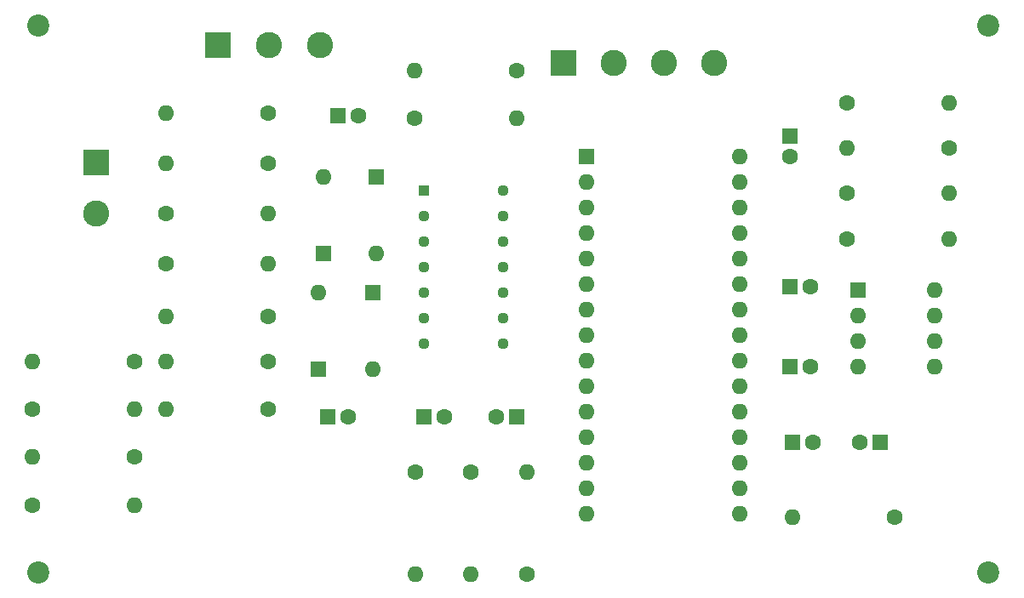
<source format=gbs>
%TF.GenerationSoftware,KiCad,Pcbnew,8.0.5*%
%TF.CreationDate,2025-05-15T16:04:32+03:00*%
%TF.ProjectId,spro2,7370726f-322e-46b6-9963-61645f706362,rev?*%
%TF.SameCoordinates,Original*%
%TF.FileFunction,Soldermask,Bot*%
%TF.FilePolarity,Negative*%
%FSLAX46Y46*%
G04 Gerber Fmt 4.6, Leading zero omitted, Abs format (unit mm)*
G04 Created by KiCad (PCBNEW 8.0.5) date 2025-05-15 16:04:32*
%MOMM*%
%LPD*%
G01*
G04 APERTURE LIST*
G04 Aperture macros list*
%AMRoundRect*
0 Rectangle with rounded corners*
0 $1 Rounding radius*
0 $2 $3 $4 $5 $6 $7 $8 $9 X,Y pos of 4 corners*
0 Add a 4 corners polygon primitive as box body*
4,1,4,$2,$3,$4,$5,$6,$7,$8,$9,$2,$3,0*
0 Add four circle primitives for the rounded corners*
1,1,$1+$1,$2,$3*
1,1,$1+$1,$4,$5*
1,1,$1+$1,$6,$7*
1,1,$1+$1,$8,$9*
0 Add four rect primitives between the rounded corners*
20,1,$1+$1,$2,$3,$4,$5,0*
20,1,$1+$1,$4,$5,$6,$7,0*
20,1,$1+$1,$6,$7,$8,$9,0*
20,1,$1+$1,$8,$9,$2,$3,0*%
G04 Aperture macros list end*
%ADD10R,1.600000X1.600000*%
%ADD11C,1.600000*%
%ADD12O,1.600000X1.600000*%
%ADD13C,2.200000*%
%ADD14R,1.130000X1.130000*%
%ADD15C,1.130000*%
%ADD16C,2.604000*%
%ADD17RoundRect,0.102000X-1.200000X-1.200000X1.200000X-1.200000X1.200000X1.200000X-1.200000X1.200000X0*%
%ADD18RoundRect,0.102000X-1.200000X1.200000X-1.200000X-1.200000X1.200000X-1.200000X1.200000X1.200000X0*%
G04 APERTURE END LIST*
D10*
%TO.C,C9*%
X152544888Y-116000000D03*
D11*
X154544888Y-116000000D03*
%TD*%
D10*
%TO.C,C6*%
X161500000Y-123500000D03*
D11*
X159500000Y-123500000D03*
%TD*%
%TO.C,R11*%
X100580000Y-95750000D03*
D12*
X90420000Y-95750000D03*
%TD*%
D11*
%TO.C,R18*%
X87330000Y-125000000D03*
D12*
X77170000Y-125000000D03*
%TD*%
D10*
%TO.C,D3*%
X111000000Y-108630000D03*
D12*
X111000000Y-116250000D03*
%TD*%
D10*
%TO.C,C7*%
X116124888Y-121000000D03*
D11*
X118124888Y-121000000D03*
%TD*%
%TO.C,R3*%
X168330000Y-94250000D03*
D12*
X158170000Y-94250000D03*
%TD*%
D11*
%TO.C,R14*%
X100580000Y-115500000D03*
D12*
X90420000Y-115500000D03*
%TD*%
D10*
%TO.C,D1*%
X111330000Y-97130000D03*
D12*
X111330000Y-104750000D03*
%TD*%
D11*
%TO.C,R10*%
X90420000Y-105750000D03*
D12*
X100580000Y-105750000D03*
%TD*%
D13*
%TO.C,H3*%
X172250000Y-82000000D03*
%TD*%
D11*
%TO.C,R1*%
X162955113Y-131000000D03*
D12*
X152795113Y-131000000D03*
%TD*%
D13*
%TO.C,H2*%
X77750000Y-136500000D03*
%TD*%
D10*
%TO.C,U2*%
X159250000Y-108380000D03*
D12*
X159250000Y-110920000D03*
X159250000Y-113460000D03*
X159250000Y-116000000D03*
X166870000Y-116000000D03*
X166870000Y-113460000D03*
X166870000Y-110920000D03*
X166870000Y-108380000D03*
%TD*%
D14*
%TO.C,U3*%
X116080000Y-98500000D03*
D15*
X116080000Y-101040000D03*
X116080000Y-103580000D03*
X116080000Y-106120000D03*
X116080000Y-108660000D03*
X116080000Y-111200000D03*
X116080000Y-113740000D03*
X124020000Y-113740000D03*
X124020000Y-111200000D03*
X124020000Y-108660000D03*
X124020000Y-106120000D03*
X124020000Y-103580000D03*
X124020000Y-101040000D03*
X124020000Y-98500000D03*
%TD*%
D11*
%TO.C,R19*%
X77170000Y-129750000D03*
D12*
X87330000Y-129750000D03*
%TD*%
D13*
%TO.C,H1*%
X77750000Y-82000000D03*
%TD*%
D16*
%TO.C,U1*%
X105750000Y-84000000D03*
X100670000Y-84000000D03*
D17*
X95590000Y-84000000D03*
%TD*%
D11*
%TO.C,R9*%
X90420000Y-100750000D03*
D12*
X100580000Y-100750000D03*
%TD*%
D13*
%TO.C,H4*%
X172250000Y-136500000D03*
%TD*%
D10*
%TO.C,C5*%
X107580000Y-91000000D03*
D11*
X109580000Y-91000000D03*
%TD*%
%TO.C,R17*%
X77170000Y-120250000D03*
D12*
X87330000Y-120250000D03*
%TD*%
D11*
%TO.C,R8*%
X125330000Y-86500000D03*
D12*
X115170000Y-86500000D03*
%TD*%
D11*
%TO.C,Rg1*%
X158170000Y-98750000D03*
D12*
X168330000Y-98750000D03*
%TD*%
D10*
%TO.C,C4*%
X106580000Y-121000000D03*
D11*
X108580000Y-121000000D03*
%TD*%
D10*
%TO.C,C3*%
X125330000Y-121000000D03*
D11*
X123330000Y-121000000D03*
%TD*%
D10*
%TO.C,C8*%
X152544888Y-108000000D03*
D11*
X154544888Y-108000000D03*
%TD*%
%TO.C,R2*%
X158170000Y-89750000D03*
D12*
X168330000Y-89750000D03*
%TD*%
D11*
%TO.C,R4*%
X126330000Y-136660000D03*
D12*
X126330000Y-126500000D03*
%TD*%
D11*
%TO.C,R15*%
X100580000Y-120250000D03*
D12*
X90420000Y-120250000D03*
%TD*%
D10*
%TO.C,A1*%
X132250000Y-95050000D03*
D12*
X132250000Y-97590000D03*
X132250000Y-100130000D03*
X132250000Y-102670000D03*
X132250000Y-105210000D03*
X132250000Y-107750000D03*
X132250000Y-110290000D03*
X132250000Y-112830000D03*
X132250000Y-115370000D03*
X132250000Y-117910000D03*
X132250000Y-120450000D03*
X132250000Y-122990000D03*
X132250000Y-125530000D03*
X132250000Y-128070000D03*
X132250000Y-130610000D03*
X147490000Y-130610000D03*
X147490000Y-128070000D03*
X147490000Y-125530000D03*
X147490000Y-122990000D03*
X147490000Y-120450000D03*
X147490000Y-117910000D03*
X147490000Y-115370000D03*
X147490000Y-112830000D03*
X147490000Y-110290000D03*
X147490000Y-107750000D03*
X147490000Y-105210000D03*
X147490000Y-102670000D03*
X147490000Y-100130000D03*
X147490000Y-97590000D03*
X147490000Y-95050000D03*
%TD*%
D10*
%TO.C,C1*%
X152500000Y-93044888D03*
D11*
X152500000Y-95044888D03*
%TD*%
%TO.C,R7*%
X115170000Y-91250000D03*
D12*
X125330000Y-91250000D03*
%TD*%
D11*
%TO.C,R16*%
X87330000Y-115500000D03*
D12*
X77170000Y-115500000D03*
%TD*%
D10*
%TO.C,D4*%
X105580000Y-116250000D03*
D12*
X105580000Y-108630000D03*
%TD*%
D11*
%TO.C,R6*%
X120750000Y-126500000D03*
D12*
X120750000Y-136660000D03*
%TD*%
D16*
%TO.C,J3*%
X83500000Y-100790000D03*
D18*
X83500000Y-95710000D03*
%TD*%
D11*
%TO.C,R12*%
X100580000Y-90750000D03*
D12*
X90420000Y-90750000D03*
%TD*%
D10*
%TO.C,D2*%
X106080000Y-104750000D03*
D12*
X106080000Y-97130000D03*
%TD*%
D11*
%TO.C,R13*%
X100580000Y-111000000D03*
D12*
X90420000Y-111000000D03*
%TD*%
D11*
%TO.C,Rf1*%
X158170000Y-103250000D03*
D12*
X168330000Y-103250000D03*
%TD*%
D10*
%TO.C,C2*%
X152794888Y-123500000D03*
D11*
X154794888Y-123500000D03*
%TD*%
%TO.C,R5*%
X115250000Y-126500000D03*
D12*
X115250000Y-136660000D03*
%TD*%
D17*
%TO.C,J2*%
X130000000Y-85750000D03*
D16*
X135000000Y-85750000D03*
X140000000Y-85750000D03*
X145000000Y-85750000D03*
%TD*%
M02*

</source>
